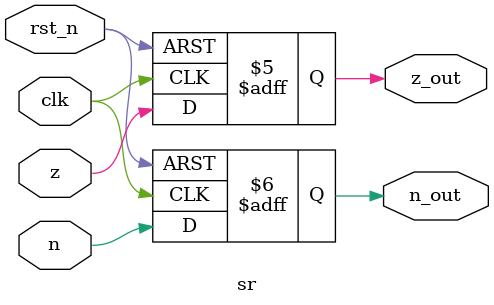
<source format=sv>
module sr #(parameter BITS = 1)(
	input logic clk, rst_n,
	input logic [BITS - 1 : 0] n,
	input logic [BITS - 1 : 0] z,
	output logic [BITS - 1 : 0] n_out,
	output logic [BITS - 1 : 0] z_out
);

always_ff @(posedge clk or negedge rst_n)
begin
	if (!rst_n)
		n_out <= 1'b0;
	else
		n_out <= n;
end

always_ff @(posedge clk or negedge rst_n)
begin
	if (!rst_n)
		z_out <= 1'b0;
	else
		z_out <= z;
end
endmodule
</source>
